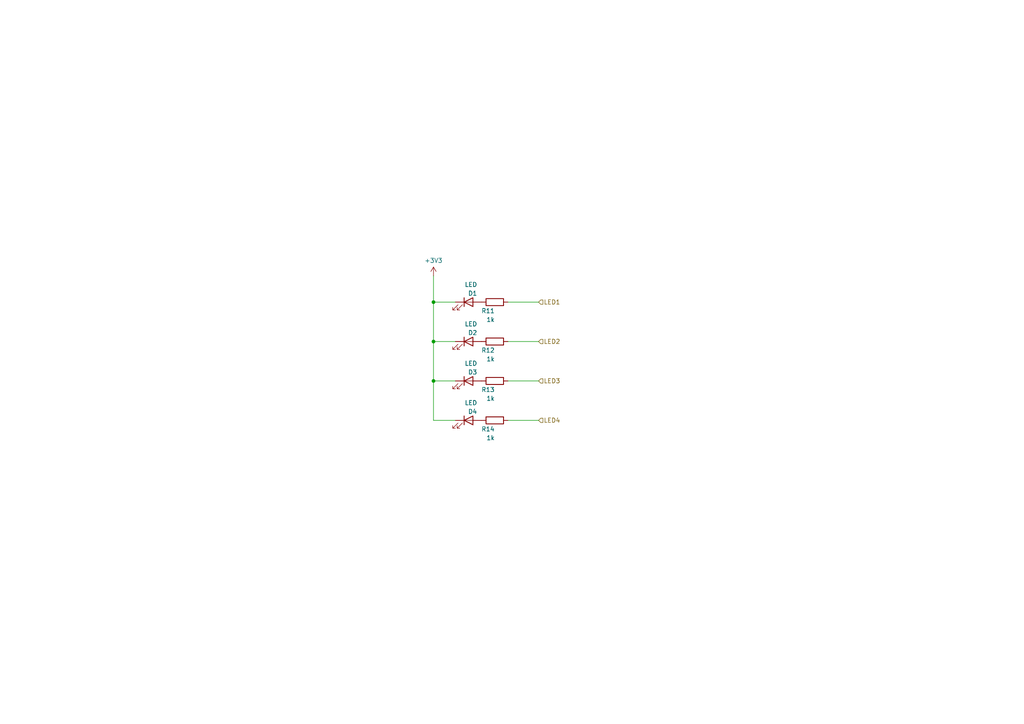
<source format=kicad_sch>
(kicad_sch (version 20230121) (generator eeschema)

  (uuid dd6d2f7c-270b-4f02-bc46-d01e23eee443)

  (paper "A4")

  (lib_symbols
    (symbol "Device:LED" (pin_numbers hide) (pin_names (offset 1.016) hide) (in_bom yes) (on_board yes)
      (property "Reference" "D" (at 0 2.54 0)
        (effects (font (size 1.27 1.27)))
      )
      (property "Value" "LED" (at 0 -2.54 0)
        (effects (font (size 1.27 1.27)))
      )
      (property "Footprint" "" (at 0 0 0)
        (effects (font (size 1.27 1.27)) hide)
      )
      (property "Datasheet" "~" (at 0 0 0)
        (effects (font (size 1.27 1.27)) hide)
      )
      (property "ki_keywords" "LED diode" (at 0 0 0)
        (effects (font (size 1.27 1.27)) hide)
      )
      (property "ki_description" "Light emitting diode" (at 0 0 0)
        (effects (font (size 1.27 1.27)) hide)
      )
      (property "ki_fp_filters" "LED* LED_SMD:* LED_THT:*" (at 0 0 0)
        (effects (font (size 1.27 1.27)) hide)
      )
      (symbol "LED_0_1"
        (polyline
          (pts
            (xy -1.27 -1.27)
            (xy -1.27 1.27)
          )
          (stroke (width 0.254) (type default))
          (fill (type none))
        )
        (polyline
          (pts
            (xy -1.27 0)
            (xy 1.27 0)
          )
          (stroke (width 0) (type default))
          (fill (type none))
        )
        (polyline
          (pts
            (xy 1.27 -1.27)
            (xy 1.27 1.27)
            (xy -1.27 0)
            (xy 1.27 -1.27)
          )
          (stroke (width 0.254) (type default))
          (fill (type none))
        )
        (polyline
          (pts
            (xy -3.048 -0.762)
            (xy -4.572 -2.286)
            (xy -3.81 -2.286)
            (xy -4.572 -2.286)
            (xy -4.572 -1.524)
          )
          (stroke (width 0) (type default))
          (fill (type none))
        )
        (polyline
          (pts
            (xy -1.778 -0.762)
            (xy -3.302 -2.286)
            (xy -2.54 -2.286)
            (xy -3.302 -2.286)
            (xy -3.302 -1.524)
          )
          (stroke (width 0) (type default))
          (fill (type none))
        )
      )
      (symbol "LED_1_1"
        (pin passive line (at -3.81 0 0) (length 2.54)
          (name "K" (effects (font (size 1.27 1.27))))
          (number "1" (effects (font (size 1.27 1.27))))
        )
        (pin passive line (at 3.81 0 180) (length 2.54)
          (name "A" (effects (font (size 1.27 1.27))))
          (number "2" (effects (font (size 1.27 1.27))))
        )
      )
    )
    (symbol "Device:R" (pin_numbers hide) (pin_names (offset 0)) (in_bom yes) (on_board yes)
      (property "Reference" "R" (at 2.032 0 90)
        (effects (font (size 1.27 1.27)))
      )
      (property "Value" "R" (at 0 0 90)
        (effects (font (size 1.27 1.27)))
      )
      (property "Footprint" "" (at -1.778 0 90)
        (effects (font (size 1.27 1.27)) hide)
      )
      (property "Datasheet" "~" (at 0 0 0)
        (effects (font (size 1.27 1.27)) hide)
      )
      (property "ki_keywords" "R res resistor" (at 0 0 0)
        (effects (font (size 1.27 1.27)) hide)
      )
      (property "ki_description" "Resistor" (at 0 0 0)
        (effects (font (size 1.27 1.27)) hide)
      )
      (property "ki_fp_filters" "R_*" (at 0 0 0)
        (effects (font (size 1.27 1.27)) hide)
      )
      (symbol "R_0_1"
        (rectangle (start -1.016 -2.54) (end 1.016 2.54)
          (stroke (width 0.254) (type default))
          (fill (type none))
        )
      )
      (symbol "R_1_1"
        (pin passive line (at 0 3.81 270) (length 1.27)
          (name "~" (effects (font (size 1.27 1.27))))
          (number "1" (effects (font (size 1.27 1.27))))
        )
        (pin passive line (at 0 -3.81 90) (length 1.27)
          (name "~" (effects (font (size 1.27 1.27))))
          (number "2" (effects (font (size 1.27 1.27))))
        )
      )
    )
    (symbol "power:+3V3" (power) (pin_names (offset 0)) (in_bom yes) (on_board yes)
      (property "Reference" "#PWR" (at 0 -3.81 0)
        (effects (font (size 1.27 1.27)) hide)
      )
      (property "Value" "+3V3" (at 0 3.556 0)
        (effects (font (size 1.27 1.27)))
      )
      (property "Footprint" "" (at 0 0 0)
        (effects (font (size 1.27 1.27)) hide)
      )
      (property "Datasheet" "" (at 0 0 0)
        (effects (font (size 1.27 1.27)) hide)
      )
      (property "ki_keywords" "global power" (at 0 0 0)
        (effects (font (size 1.27 1.27)) hide)
      )
      (property "ki_description" "Power symbol creates a global label with name \"+3V3\"" (at 0 0 0)
        (effects (font (size 1.27 1.27)) hide)
      )
      (symbol "+3V3_0_1"
        (polyline
          (pts
            (xy -0.762 1.27)
            (xy 0 2.54)
          )
          (stroke (width 0) (type default))
          (fill (type none))
        )
        (polyline
          (pts
            (xy 0 0)
            (xy 0 2.54)
          )
          (stroke (width 0) (type default))
          (fill (type none))
        )
        (polyline
          (pts
            (xy 0 2.54)
            (xy 0.762 1.27)
          )
          (stroke (width 0) (type default))
          (fill (type none))
        )
      )
      (symbol "+3V3_1_1"
        (pin power_in line (at 0 0 90) (length 0) hide
          (name "+3V3" (effects (font (size 1.27 1.27))))
          (number "1" (effects (font (size 1.27 1.27))))
        )
      )
    )
  )

  (junction (at 125.73 110.49) (diameter 0) (color 0 0 0 0)
    (uuid 59ef6c70-31c8-42fc-8c7b-4751c612c0f9)
  )
  (junction (at 125.73 99.06) (diameter 0) (color 0 0 0 0)
    (uuid 68c63303-95d3-4af9-b2f1-79cf539a1534)
  )
  (junction (at 125.73 87.63) (diameter 0) (color 0 0 0 0)
    (uuid 8a0096b1-9795-4201-9e64-80b231176588)
  )

  (wire (pts (xy 147.32 121.92) (xy 156.21 121.92))
    (stroke (width 0) (type default))
    (uuid 02d0b32c-ba57-4b40-9ac1-e7ad3cad479d)
  )
  (wire (pts (xy 147.32 110.49) (xy 156.21 110.49))
    (stroke (width 0) (type default))
    (uuid 19b6b464-be8a-40e2-9c60-8c85251d26b9)
  )
  (wire (pts (xy 132.08 87.63) (xy 125.73 87.63))
    (stroke (width 0) (type default))
    (uuid 231aa913-4451-44cb-a8a4-4572d0dbbfff)
  )
  (wire (pts (xy 132.08 110.49) (xy 125.73 110.49))
    (stroke (width 0) (type default))
    (uuid 342406cd-cbd8-445e-aaad-a13a407a4c0a)
  )
  (wire (pts (xy 132.08 121.92) (xy 125.73 121.92))
    (stroke (width 0) (type default))
    (uuid 4ad494f3-bae1-401e-b2bf-fc3cccaa91a4)
  )
  (wire (pts (xy 132.08 99.06) (xy 125.73 99.06))
    (stroke (width 0) (type default))
    (uuid 4be40d95-834d-4094-8eb9-a8cf48c86a8b)
  )
  (wire (pts (xy 125.73 87.63) (xy 125.73 99.06))
    (stroke (width 0) (type default))
    (uuid 63fc7e5f-dea4-4e0e-8dea-f29dee1e0504)
  )
  (wire (pts (xy 147.32 99.06) (xy 156.21 99.06))
    (stroke (width 0) (type default))
    (uuid 789b9790-a817-4959-824e-6481ee6a31c5)
  )
  (wire (pts (xy 125.73 110.49) (xy 125.73 121.92))
    (stroke (width 0) (type default))
    (uuid 7b07d4d0-3879-4b4b-977f-256d52181151)
  )
  (wire (pts (xy 125.73 99.06) (xy 125.73 110.49))
    (stroke (width 0) (type default))
    (uuid a1cd9331-a069-472f-bbe7-53a20f876179)
  )
  (wire (pts (xy 147.32 87.63) (xy 156.21 87.63))
    (stroke (width 0) (type default))
    (uuid dfa7cf08-90a3-4fd8-a6a4-39dc05431fef)
  )
  (wire (pts (xy 125.73 80.01) (xy 125.73 87.63))
    (stroke (width 0) (type default))
    (uuid f67e1a14-116a-4cf4-aa20-30d36364c377)
  )

  (hierarchical_label "LED4" (shape input) (at 156.21 121.92 0) (fields_autoplaced)
    (effects (font (size 1.27 1.27)) (justify left))
    (uuid 2e4d55e0-ef15-4c17-8bd4-0d679407e3b6)
  )
  (hierarchical_label "LED1" (shape input) (at 156.21 87.63 0) (fields_autoplaced)
    (effects (font (size 1.27 1.27)) (justify left))
    (uuid 4b8bf54a-0f23-4227-be68-4b5f323cd28c)
  )
  (hierarchical_label "LED2" (shape input) (at 156.21 99.06 0) (fields_autoplaced)
    (effects (font (size 1.27 1.27)) (justify left))
    (uuid 4cd1c8d7-1c2c-488d-81eb-d6caa9b07d8e)
  )
  (hierarchical_label "LED3" (shape input) (at 156.21 110.49 0) (fields_autoplaced)
    (effects (font (size 1.27 1.27)) (justify left))
    (uuid 5d10bb39-234c-46ec-bed9-9f5a9ba042d1)
  )

  (symbol (lib_id "Device:R") (at 143.51 99.06 90) (unit 1)
    (in_bom yes) (on_board yes) (dnp no)
    (uuid 39b57276-a386-4abb-84f8-1d2a04637af8)
    (property "Reference" "R12" (at 143.51 101.6 90)
      (effects (font (size 1.27 1.27)) (justify left))
    )
    (property "Value" "1k" (at 143.51 104.14 90)
      (effects (font (size 1.27 1.27)) (justify left))
    )
    (property "Footprint" "Resistor_SMD:R_0603_1608Metric" (at 143.51 100.838 90)
      (effects (font (size 1.27 1.27)) hide)
    )
    (property "Datasheet" "~" (at 143.51 99.06 0)
      (effects (font (size 1.27 1.27)) hide)
    )
    (pin "2" (uuid 6c0deb1f-1cf4-4958-bd3a-7b8fd67ea970))
    (pin "1" (uuid 0798d3d6-262c-48ef-8334-369d2c8c9d46))
    (instances
      (project "Steering_wheel"
        (path "/0aa90e28-4005-4a42-b82e-6d9887b67114/0ad90e2c-7478-4b54-9a34-af2dd13d3c81"
          (reference "R12") (unit 1)
        )
      )
      (project "Control LEDs"
        (path "/19a1195d-3465-4713-80c9-110aa5a43610/00000000-0000-0000-0000-000061a6380e"
          (reference "R?") (unit 1)
        )
        (path "/19a1195d-3465-4713-80c9-110aa5a43610/00000000-0000-0000-0000-000061c66caf"
          (reference "R23") (unit 1)
        )
        (path "/19a1195d-3465-4713-80c9-110aa5a43610"
          (reference "R23") (unit 1)
        )
      )
    )
  )

  (symbol (lib_id "Device:LED") (at 135.89 99.06 0) (unit 1)
    (in_bom yes) (on_board yes) (dnp no)
    (uuid 4b1fdd0a-0171-44f7-9ed8-bcbead3ee31c)
    (property "Reference" "D2" (at 138.43 96.52 0)
      (effects (font (size 1.27 1.27)) (justify right))
    )
    (property "Value" "LED" (at 138.43 93.98 0)
      (effects (font (size 1.27 1.27)) (justify right))
    )
    (property "Footprint" "LED_SMD:LED_0603_1608Metric" (at 135.89 99.06 0)
      (effects (font (size 1.27 1.27)) hide)
    )
    (property "Datasheet" "~" (at 135.89 99.06 0)
      (effects (font (size 1.27 1.27)) hide)
    )
    (pin "1" (uuid 71637826-1307-448f-8a68-583398d2bb88))
    (pin "2" (uuid 115dd73a-24c8-4803-828f-2e723778c00e))
    (instances
      (project "Steering_wheel"
        (path "/0aa90e28-4005-4a42-b82e-6d9887b67114/0ad90e2c-7478-4b54-9a34-af2dd13d3c81"
          (reference "D2") (unit 1)
        )
      )
      (project "Control LEDs"
        (path "/19a1195d-3465-4713-80c9-110aa5a43610/00000000-0000-0000-0000-000061a6380e"
          (reference "D?") (unit 1)
        )
        (path "/19a1195d-3465-4713-80c9-110aa5a43610/00000000-0000-0000-0000-000061c66caf"
          (reference "D6") (unit 1)
        )
        (path "/19a1195d-3465-4713-80c9-110aa5a43610"
          (reference "D6") (unit 1)
        )
      )
    )
  )

  (symbol (lib_id "Device:R") (at 143.51 87.63 90) (unit 1)
    (in_bom yes) (on_board yes) (dnp no)
    (uuid 5eed7cd8-f60f-4130-80f6-2acb927cd63d)
    (property "Reference" "R11" (at 143.51 90.17 90)
      (effects (font (size 1.27 1.27)) (justify left))
    )
    (property "Value" "1k" (at 143.51 92.71 90)
      (effects (font (size 1.27 1.27)) (justify left))
    )
    (property "Footprint" "Resistor_SMD:R_0603_1608Metric" (at 143.51 89.408 90)
      (effects (font (size 1.27 1.27)) hide)
    )
    (property "Datasheet" "~" (at 143.51 87.63 0)
      (effects (font (size 1.27 1.27)) hide)
    )
    (pin "1" (uuid 2904085c-26ab-4a44-8fc7-227442e69545))
    (pin "2" (uuid df16eb78-041a-4b02-8579-2906ccea1805))
    (instances
      (project "Steering_wheel"
        (path "/0aa90e28-4005-4a42-b82e-6d9887b67114/0ad90e2c-7478-4b54-9a34-af2dd13d3c81"
          (reference "R11") (unit 1)
        )
      )
      (project "Control LEDs"
        (path "/19a1195d-3465-4713-80c9-110aa5a43610/00000000-0000-0000-0000-000061a6380e"
          (reference "R?") (unit 1)
        )
        (path "/19a1195d-3465-4713-80c9-110aa5a43610/00000000-0000-0000-0000-000061c66caf"
          (reference "R22") (unit 1)
        )
        (path "/19a1195d-3465-4713-80c9-110aa5a43610"
          (reference "R22") (unit 1)
        )
      )
    )
  )

  (symbol (lib_id "power:+3V3") (at 125.73 80.01 0) (unit 1)
    (in_bom yes) (on_board yes) (dnp no) (fields_autoplaced)
    (uuid 921e2380-a52b-4f87-a0c8-c455fe6880a2)
    (property "Reference" "#PWR015" (at 125.73 83.82 0)
      (effects (font (size 1.27 1.27)) hide)
    )
    (property "Value" "+3V3" (at 125.73 75.565 0)
      (effects (font (size 1.27 1.27)))
    )
    (property "Footprint" "" (at 125.73 80.01 0)
      (effects (font (size 1.27 1.27)) hide)
    )
    (property "Datasheet" "" (at 125.73 80.01 0)
      (effects (font (size 1.27 1.27)) hide)
    )
    (pin "1" (uuid a2fd7313-3181-4835-9c5a-816af12014fb))
    (instances
      (project "Steering_wheel"
        (path "/0aa90e28-4005-4a42-b82e-6d9887b67114"
          (reference "#PWR015") (unit 1)
        )
        (path "/0aa90e28-4005-4a42-b82e-6d9887b67114/0ad90e2c-7478-4b54-9a34-af2dd13d3c81"
          (reference "#PWR06") (unit 1)
        )
      )
    )
  )

  (symbol (lib_id "Device:LED") (at 135.89 87.63 0) (unit 1)
    (in_bom yes) (on_board yes) (dnp no)
    (uuid acbb274a-4008-45f4-82fb-d1cba7f26a44)
    (property "Reference" "D1" (at 138.43 85.09 0)
      (effects (font (size 1.27 1.27)) (justify right))
    )
    (property "Value" "LED" (at 138.43 82.55 0)
      (effects (font (size 1.27 1.27)) (justify right))
    )
    (property "Footprint" "LED_SMD:LED_0603_1608Metric" (at 135.89 87.63 0)
      (effects (font (size 1.27 1.27)) hide)
    )
    (property "Datasheet" "~" (at 135.89 87.63 0)
      (effects (font (size 1.27 1.27)) hide)
    )
    (pin "1" (uuid 8e9e2f58-0b7b-4045-812f-385486376322))
    (pin "2" (uuid 0c2722b1-d060-41df-94b0-1a3094552205))
    (instances
      (project "Steering_wheel"
        (path "/0aa90e28-4005-4a42-b82e-6d9887b67114/0ad90e2c-7478-4b54-9a34-af2dd13d3c81"
          (reference "D1") (unit 1)
        )
      )
      (project "Control LEDs"
        (path "/19a1195d-3465-4713-80c9-110aa5a43610/00000000-0000-0000-0000-000061a6380e"
          (reference "D?") (unit 1)
        )
        (path "/19a1195d-3465-4713-80c9-110aa5a43610/00000000-0000-0000-0000-000061c66caf"
          (reference "D5") (unit 1)
        )
        (path "/19a1195d-3465-4713-80c9-110aa5a43610"
          (reference "D5") (unit 1)
        )
      )
    )
  )

  (symbol (lib_id "Device:R") (at 143.51 121.92 90) (unit 1)
    (in_bom yes) (on_board yes) (dnp no)
    (uuid b178785a-3fa4-4881-82f5-6314f53b2d5c)
    (property "Reference" "R14" (at 143.51 124.46 90)
      (effects (font (size 1.27 1.27)) (justify left))
    )
    (property "Value" "1k" (at 143.51 127 90)
      (effects (font (size 1.27 1.27)) (justify left))
    )
    (property "Footprint" "Resistor_SMD:R_0603_1608Metric" (at 143.51 123.698 90)
      (effects (font (size 1.27 1.27)) hide)
    )
    (property "Datasheet" "~" (at 143.51 121.92 0)
      (effects (font (size 1.27 1.27)) hide)
    )
    (pin "2" (uuid 16aa2d30-a7e4-4c5a-a718-3e927343230a))
    (pin "1" (uuid 54f0ad10-2a7b-4991-9333-4fe1db5b3d22))
    (instances
      (project "Steering_wheel"
        (path "/0aa90e28-4005-4a42-b82e-6d9887b67114/0ad90e2c-7478-4b54-9a34-af2dd13d3c81"
          (reference "R14") (unit 1)
        )
      )
      (project "Control LEDs"
        (path "/19a1195d-3465-4713-80c9-110aa5a43610/00000000-0000-0000-0000-000061a6380e"
          (reference "R?") (unit 1)
        )
        (path "/19a1195d-3465-4713-80c9-110aa5a43610/00000000-0000-0000-0000-000061c66caf"
          (reference "R25") (unit 1)
        )
        (path "/19a1195d-3465-4713-80c9-110aa5a43610"
          (reference "R25") (unit 1)
        )
      )
    )
  )

  (symbol (lib_id "Device:LED") (at 135.89 110.49 0) (unit 1)
    (in_bom yes) (on_board yes) (dnp no)
    (uuid d4494be6-37aa-41d0-9eb5-fcbc4cc47c18)
    (property "Reference" "D3" (at 138.43 107.95 0)
      (effects (font (size 1.27 1.27)) (justify right))
    )
    (property "Value" "LED" (at 138.43 105.41 0)
      (effects (font (size 1.27 1.27)) (justify right))
    )
    (property "Footprint" "LED_SMD:LED_0603_1608Metric" (at 135.89 110.49 0)
      (effects (font (size 1.27 1.27)) hide)
    )
    (property "Datasheet" "~" (at 135.89 110.49 0)
      (effects (font (size 1.27 1.27)) hide)
    )
    (pin "2" (uuid 5de5eed9-f403-41e9-891e-273f775c514c))
    (pin "1" (uuid e9c3cf01-d50a-4974-9d03-8aa892320573))
    (instances
      (project "Steering_wheel"
        (path "/0aa90e28-4005-4a42-b82e-6d9887b67114/0ad90e2c-7478-4b54-9a34-af2dd13d3c81"
          (reference "D3") (unit 1)
        )
      )
      (project "Control LEDs"
        (path "/19a1195d-3465-4713-80c9-110aa5a43610/00000000-0000-0000-0000-000061a6380e"
          (reference "D?") (unit 1)
        )
        (path "/19a1195d-3465-4713-80c9-110aa5a43610/00000000-0000-0000-0000-000061c66caf"
          (reference "D7") (unit 1)
        )
        (path "/19a1195d-3465-4713-80c9-110aa5a43610"
          (reference "D7") (unit 1)
        )
      )
    )
  )

  (symbol (lib_id "Device:R") (at 143.51 110.49 90) (unit 1)
    (in_bom yes) (on_board yes) (dnp no)
    (uuid dc0f06ca-28b0-44d6-bea0-394904d2a382)
    (property "Reference" "R13" (at 143.51 113.03 90)
      (effects (font (size 1.27 1.27)) (justify left))
    )
    (property "Value" "1k" (at 143.51 115.57 90)
      (effects (font (size 1.27 1.27)) (justify left))
    )
    (property "Footprint" "Resistor_SMD:R_0603_1608Metric" (at 143.51 112.268 90)
      (effects (font (size 1.27 1.27)) hide)
    )
    (property "Datasheet" "~" (at 143.51 110.49 0)
      (effects (font (size 1.27 1.27)) hide)
    )
    (pin "2" (uuid 9435e3ba-cee1-48d1-b16c-8cd9ce654b84))
    (pin "1" (uuid 1eacbc4a-8a4e-4115-8ecc-1146bd5b1d95))
    (instances
      (project "Steering_wheel"
        (path "/0aa90e28-4005-4a42-b82e-6d9887b67114/0ad90e2c-7478-4b54-9a34-af2dd13d3c81"
          (reference "R13") (unit 1)
        )
      )
      (project "Control LEDs"
        (path "/19a1195d-3465-4713-80c9-110aa5a43610/00000000-0000-0000-0000-000061a6380e"
          (reference "R?") (unit 1)
        )
        (path "/19a1195d-3465-4713-80c9-110aa5a43610/00000000-0000-0000-0000-000061c66caf"
          (reference "R24") (unit 1)
        )
        (path "/19a1195d-3465-4713-80c9-110aa5a43610"
          (reference "R24") (unit 1)
        )
      )
    )
  )

  (symbol (lib_id "Device:LED") (at 135.89 121.92 0) (unit 1)
    (in_bom yes) (on_board yes) (dnp no)
    (uuid f232a998-ecef-4961-b603-b2b1a3c2f7a7)
    (property "Reference" "D4" (at 138.43 119.38 0)
      (effects (font (size 1.27 1.27)) (justify right))
    )
    (property "Value" "LED" (at 138.43 116.84 0)
      (effects (font (size 1.27 1.27)) (justify right))
    )
    (property "Footprint" "LED_SMD:LED_0603_1608Metric" (at 135.89 121.92 0)
      (effects (font (size 1.27 1.27)) hide)
    )
    (property "Datasheet" "~" (at 135.89 121.92 0)
      (effects (font (size 1.27 1.27)) hide)
    )
    (pin "1" (uuid d8654b83-2877-4552-898e-a15d0d86814c))
    (pin "2" (uuid 0b2b84fa-0b36-4c7c-892d-5c18e3d2ea40))
    (instances
      (project "Steering_wheel"
        (path "/0aa90e28-4005-4a42-b82e-6d9887b67114/0ad90e2c-7478-4b54-9a34-af2dd13d3c81"
          (reference "D4") (unit 1)
        )
      )
      (project "Control LEDs"
        (path "/19a1195d-3465-4713-80c9-110aa5a43610/00000000-0000-0000-0000-000061a6380e"
          (reference "D?") (unit 1)
        )
        (path "/19a1195d-3465-4713-80c9-110aa5a43610/00000000-0000-0000-0000-000061c66caf"
          (reference "D8") (unit 1)
        )
        (path "/19a1195d-3465-4713-80c9-110aa5a43610"
          (reference "D8") (unit 1)
        )
      )
    )
  )
)

</source>
